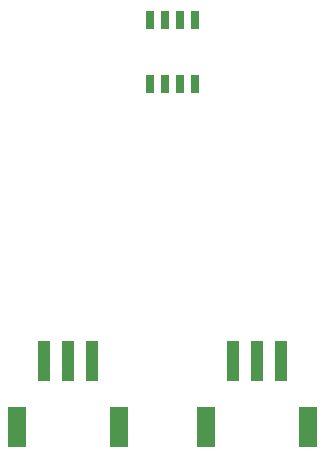
<source format=gbr>
%TF.GenerationSoftware,KiCad,Pcbnew,7.0.6*%
%TF.CreationDate,2023-08-06T04:21:24+10:00*%
%TF.ProjectId,controller,636f6e74-726f-46c6-9c65-722e6b696361,rev?*%
%TF.SameCoordinates,Original*%
%TF.FileFunction,Paste,Bot*%
%TF.FilePolarity,Positive*%
%FSLAX46Y46*%
G04 Gerber Fmt 4.6, Leading zero omitted, Abs format (unit mm)*
G04 Created by KiCad (PCBNEW 7.0.6) date 2023-08-06 04:21:24*
%MOMM*%
%LPD*%
G01*
G04 APERTURE LIST*
%ADD10R,0.700000X1.550000*%
%ADD11R,1.000000X3.500000*%
%ADD12R,1.500000X3.400000*%
G04 APERTURE END LIST*
D10*
%TO.C,IC4*%
X147476184Y-95013816D03*
X148746184Y-95013816D03*
X150016184Y-95013816D03*
X151286184Y-95013816D03*
X151286184Y-100463816D03*
X150016184Y-100463816D03*
X148746184Y-100463816D03*
X147476184Y-100463816D03*
%TD*%
D11*
%TO.C,CAN1*%
X142501100Y-123923600D03*
X140501100Y-123923600D03*
X138501100Y-123923600D03*
D12*
X136151100Y-129473600D03*
X144851100Y-129473600D03*
%TD*%
D11*
%TO.C,CAN2*%
X158501100Y-123923600D03*
X156501100Y-123923600D03*
X154501100Y-123923600D03*
D12*
X152151100Y-129473600D03*
X160851100Y-129473600D03*
%TD*%
M02*

</source>
